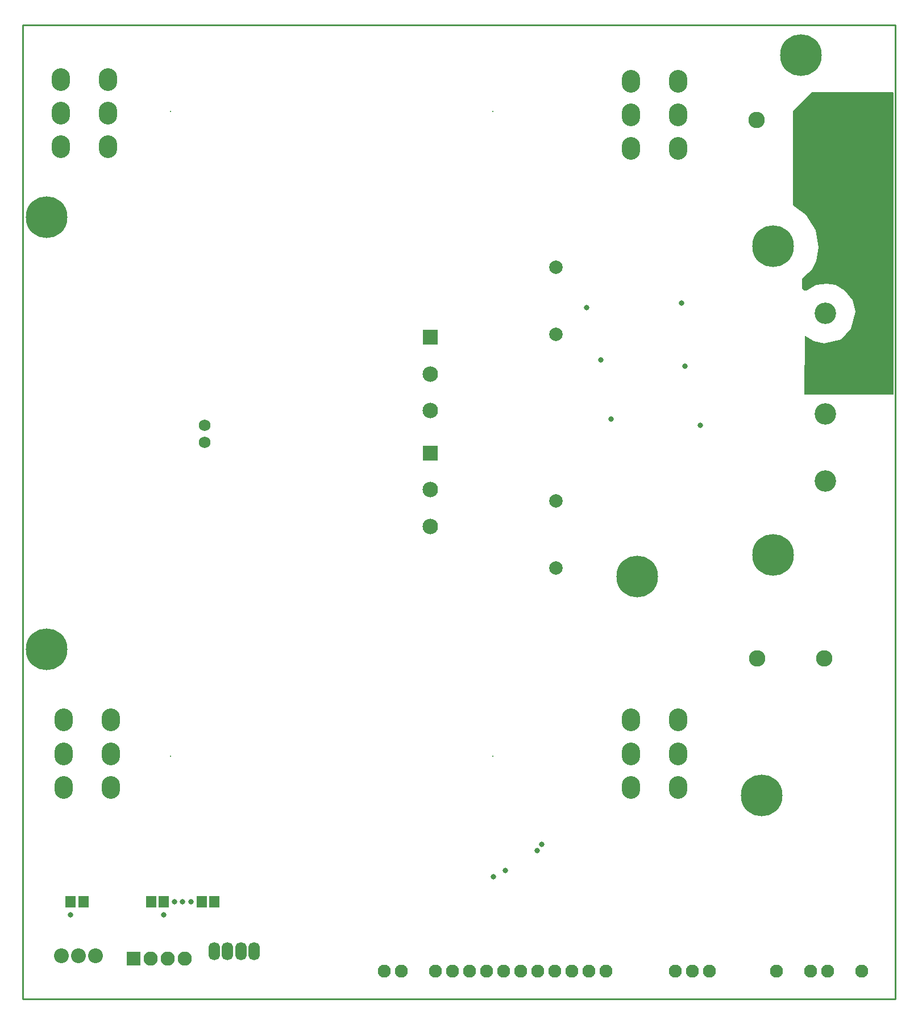
<source format=gts>
G04*
G04 #@! TF.GenerationSoftware,Altium Limited,CircuitStudio,1.5.2 (1.5.2.30)*
G04*
G04 Layer_Color=20142*
%FSLAX44Y44*%
%MOMM*%
G71*
G01*
G75*
%ADD11C,0.2540*%
%ADD41R,1.5032X1.8032*%
%ADD42C,2.0032*%
%ADD43C,6.2032*%
%ADD44O,2.7432X3.3782*%
%ADD45C,2.3032*%
%ADD46R,2.3032X2.3032*%
%ADD47C,0.2032*%
%ADD48C,1.9532*%
%ADD49C,1.7272*%
%ADD50O,1.7032X2.7032*%
%ADD51C,3.2032*%
%ADD52C,2.1082*%
%ADD53R,2.1082X2.1082*%
%ADD54C,2.4532*%
%ADD55C,2.2032*%
%ADD56C,0.8032*%
G36*
X2874000Y2510102D02*
X2874000Y2061000D01*
X2741914Y2061000D01*
X2741021Y2061903D01*
X2741985Y2147688D01*
X2743103Y2148291D01*
X2756000Y2140000D01*
X2771000Y2137000D01*
X2796000Y2143000D01*
X2811000Y2159000D01*
X2817000Y2184000D01*
X2813000Y2201000D01*
X2801000Y2216000D01*
X2788000Y2224000D01*
X2774000Y2226000D01*
X2759000Y2224000D01*
X2745000Y2216000D01*
X2741000D01*
X2738000Y2219000D01*
Y2233000D01*
X2747000Y2242000D01*
X2753000Y2248000D01*
X2759000Y2260000D01*
X2762000Y2280000D01*
X2758000Y2305000D01*
X2744000Y2328000D01*
X2724000Y2343000D01*
X2724000Y2483000D01*
X2752000Y2511000D01*
X2873102Y2511000D01*
X2874000Y2510102D01*
D02*
G37*
D11*
X1577000Y1161000D02*
Y2611000D01*
Y1161000D02*
X2877000D01*
Y2611000D01*
X1577000D02*
X2877000D01*
D41*
X1768344Y1305300D02*
D03*
X1787344D02*
D03*
X1862344D02*
D03*
X1843344D02*
D03*
X1667344D02*
D03*
X1648344D02*
D03*
D42*
X2371000Y2250000D02*
D03*
Y2150000D02*
D03*
Y1802500D02*
D03*
Y1902500D02*
D03*
D43*
X2736000Y2566000D02*
D03*
X2492000Y1790000D02*
D03*
X2694920Y2281910D02*
D03*
Y1821910D02*
D03*
X2678000Y1464000D02*
D03*
X1613000Y2324500D02*
D03*
Y1681000D02*
D03*
D44*
X1707948Y1576000D02*
D03*
X1637844D02*
D03*
Y1526000D02*
D03*
X1707948D02*
D03*
X1637844Y1476000D02*
D03*
X1707948D02*
D03*
X2552948Y1576000D02*
D03*
X2482844D02*
D03*
Y1526000D02*
D03*
X2552948D02*
D03*
X2482844Y1476000D02*
D03*
X2552948D02*
D03*
X1634052Y2429500D02*
D03*
X1704156D02*
D03*
Y2479500D02*
D03*
X1634052D02*
D03*
X1704156Y2529500D02*
D03*
X1634052D02*
D03*
X2552948Y2527000D02*
D03*
X2482844D02*
D03*
Y2477000D02*
D03*
X2552948D02*
D03*
X2482844Y2427000D02*
D03*
X2552948D02*
D03*
D45*
X2184250Y1864600D02*
D03*
Y1919000D02*
D03*
Y2091500D02*
D03*
Y2037100D02*
D03*
D46*
Y1973400D02*
D03*
Y2145900D02*
D03*
D47*
X2277250Y1522000D02*
D03*
X1797250D02*
D03*
Y2482000D02*
D03*
X2277250D02*
D03*
D48*
X2115400Y1202000D02*
D03*
X2140800D02*
D03*
X2217000D02*
D03*
X2191600D02*
D03*
X2242400D02*
D03*
X2344000D02*
D03*
X2318600D02*
D03*
X2267800D02*
D03*
X2293200D02*
D03*
X2394800D02*
D03*
X2369400D02*
D03*
X2420200D02*
D03*
X2445600D02*
D03*
X2549300D02*
D03*
X2574700D02*
D03*
X2600100D02*
D03*
X2699600D02*
D03*
X2750400D02*
D03*
X2775800D02*
D03*
X2826600D02*
D03*
D49*
X1847750Y2015250D02*
D03*
Y1989850D02*
D03*
D50*
X1922000Y1231940D02*
D03*
X1902000D02*
D03*
X1882000D02*
D03*
X1862000D02*
D03*
D51*
X2772656Y1931718D02*
D03*
Y2031718D02*
D03*
Y2106718D02*
D03*
Y2181718D02*
D03*
D52*
X1818200Y1220460D02*
D03*
X1792800D02*
D03*
X1767400D02*
D03*
D53*
X1742000D02*
D03*
D54*
X2771000Y1668000D02*
D03*
X2671000D02*
D03*
X2770000Y2470000D02*
D03*
X2670000D02*
D03*
D55*
X1634600Y1225000D02*
D03*
X1660000D02*
D03*
X1685400D02*
D03*
D56*
X2438000Y2112000D02*
D03*
X2563000Y2102750D02*
D03*
X2295600Y1352000D02*
D03*
X2278250Y1342500D02*
D03*
X2350000Y1391000D02*
D03*
X2343000Y1382000D02*
D03*
X1827844Y1305300D02*
D03*
X1815344D02*
D03*
X1802844D02*
D03*
X1787344Y1285900D02*
D03*
X1648344Y1286000D02*
D03*
X2453000Y2024000D02*
D03*
X2586000Y2015000D02*
D03*
X2417000Y2190000D02*
D03*
X2558000Y2197000D02*
D03*
M02*

</source>
